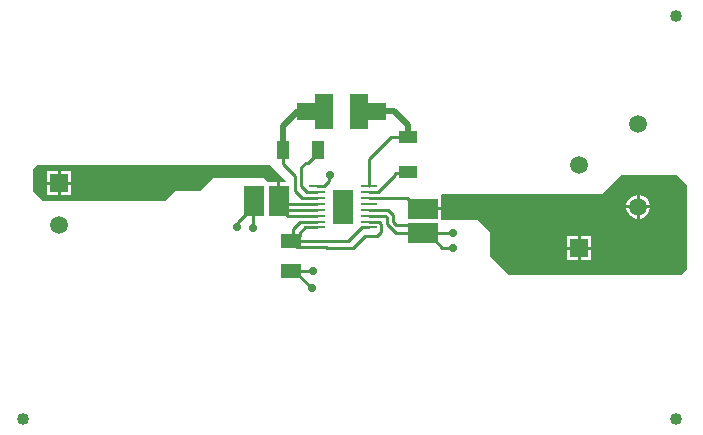
<source format=gtl>
G04*
G04 #@! TF.GenerationSoftware,Altium Limited,Altium Designer,24.6.1 (21)*
G04*
G04 Layer_Physical_Order=1*
G04 Layer_Color=255*
%FSLAX44Y44*%
%MOMM*%
G71*
G04*
G04 #@! TF.SameCoordinates,FB7811C6-C1BC-4142-BEB3-519EFFB23591*
G04*
G04*
G04 #@! TF.FilePolarity,Positive*
G04*
G01*
G75*
%ADD13C,0.2540*%
%ADD16R,1.3970X0.2794*%
%ADD17C,1.6031*%
%ADD18R,1.6000X1.0500*%
%ADD19R,2.6062X1.7029*%
%ADD20R,1.7062X1.1546*%
%ADD21R,1.7029X2.6062*%
%ADD22R,1.0500X1.6000*%
%ADD23C,1.0160*%
%ADD24R,1.6510X2.8448*%
%ADD31C,0.4900*%
%ADD32R,1.5080X1.5080*%
%ADD33C,1.5080*%
%ADD34C,0.7000*%
%ADD35C,0.5000*%
G36*
X251909Y242091D02*
X251383Y240821D01*
X247020D01*
Y225250D01*
X244480D01*
Y240821D01*
X236000D01*
Y241250D01*
X233250Y244000D01*
X190000D01*
X179750Y233750D01*
X158750D01*
X149750Y224750D01*
X46250D01*
X37500Y233500D01*
Y251500D01*
X41250Y255250D01*
X238750D01*
X251909Y242091D01*
D02*
G37*
G36*
X261344Y308219D02*
X276344D01*
Y315719D01*
X291344D01*
Y285719D01*
X276344D01*
Y293219D01*
X261344D01*
Y308219D01*
D01*
D02*
G37*
G36*
X336344D02*
X321344D01*
Y315719D01*
X306344D01*
Y285719D01*
X321344D01*
Y293219D01*
X336344D01*
Y308219D01*
D01*
D02*
G37*
G36*
X591250Y238250D02*
Y167750D01*
X586000Y162500D01*
X440750D01*
X425000Y178250D01*
Y198500D01*
X414500Y209000D01*
X383071D01*
Y217230D01*
X367500D01*
Y219770D01*
X383071D01*
Y229555D01*
X383855Y230500D01*
X519750D01*
X535750Y246500D01*
X583000D01*
X591250Y238250D01*
D02*
G37*
%LPC*%
G36*
X70080Y250080D02*
X61270D01*
Y241270D01*
X70080D01*
Y250080D01*
D02*
G37*
G36*
X58730D02*
X49920D01*
Y241270D01*
X58730D01*
Y250080D01*
D02*
G37*
G36*
X70080Y238730D02*
X61270D01*
Y229920D01*
X70080D01*
Y238730D01*
D02*
G37*
G36*
X58730D02*
X49920D01*
Y229920D01*
X58730D01*
Y238730D01*
D02*
G37*
G36*
X551327Y230080D02*
X551270D01*
Y221270D01*
X560080D01*
Y221327D01*
X559393Y223891D01*
X558066Y226189D01*
X556189Y228066D01*
X553891Y229393D01*
X551327Y230080D01*
D02*
G37*
G36*
X548730D02*
X548673D01*
X546109Y229393D01*
X543811Y228066D01*
X541934Y226189D01*
X540607Y223891D01*
X539920Y221327D01*
Y221270D01*
X548730D01*
Y230080D01*
D02*
G37*
G36*
X560080Y218730D02*
X551270D01*
Y209920D01*
X551327D01*
X553891Y210607D01*
X556189Y211934D01*
X558066Y213811D01*
X559393Y216109D01*
X560080Y218673D01*
Y218730D01*
D02*
G37*
G36*
X548730D02*
X539920D01*
Y218673D01*
X540607Y216109D01*
X541934Y213811D01*
X543811Y211934D01*
X546109Y210607D01*
X548673Y209920D01*
X548730D01*
Y218730D01*
D02*
G37*
G36*
X510080Y195080D02*
X501270D01*
Y186270D01*
X510080D01*
Y195080D01*
D02*
G37*
G36*
X498730D02*
X489920D01*
Y186270D01*
X498730D01*
Y195080D01*
D02*
G37*
G36*
X510080Y183730D02*
X501270D01*
Y174920D01*
X510080D01*
Y183730D01*
D02*
G37*
G36*
X498730D02*
X489920D01*
Y174920D01*
X498730D01*
Y183730D01*
D02*
G37*
%LPD*%
D13*
X273250Y151250D02*
X274250D01*
X259258Y165242D02*
X273250Y151250D01*
X259258Y165250D02*
X274500D01*
X283744Y237500D02*
X287897Y241653D01*
X278156Y237500D02*
X283744D01*
X287897Y241653D02*
Y246147D01*
X288750Y247000D01*
X221242Y217238D02*
X224738D01*
X210853Y206849D02*
X221242Y217238D01*
X224738D02*
Y225250D01*
X223750Y202250D02*
Y217238D01*
X210000Y202500D02*
X210853Y203353D01*
Y206849D01*
X256500Y165242D02*
X259258D01*
X367500Y197488D02*
X367512Y197500D01*
X393250D01*
X367500Y197488D02*
X372016D01*
X384004Y185500D01*
X393500D01*
X353984Y227500D02*
X362984Y218500D01*
X367500D01*
X321844Y227500D02*
X353984D01*
X319000Y195500D02*
X329250D01*
X332460Y198710D02*
Y205654D01*
X329250Y195500D02*
X332460Y198710D01*
X330741Y207373D02*
X332460Y205654D01*
X321844Y212500D02*
X335512D01*
X337000Y211012D01*
Y205750D02*
Y211012D01*
X321844Y207500D02*
X321971Y207373D01*
X330741D01*
X337000Y205750D02*
X345262Y197488D01*
X367500D01*
X360255Y204732D02*
X367500Y197488D01*
X345018Y204732D02*
X360255D01*
X342750Y207000D02*
X345018Y204732D01*
X342750Y207000D02*
Y213250D01*
X321844Y217500D02*
X338500D01*
X342750Y213250D01*
X344000Y248262D02*
X353512D01*
X344000Y246649D02*
Y248262D01*
X353512D02*
X355000Y249750D01*
X321844Y232500D02*
X321971Y232627D01*
X329977D01*
X344000Y246649D01*
X321844Y237500D02*
Y260594D01*
X340500Y279250D01*
X355000D01*
X270885Y257385D02*
X278750Y265250D01*
X268635Y257385D02*
X270885D01*
X278750Y265250D02*
Y268000D01*
X264750Y253500D02*
X268635Y257385D01*
X264750Y237900D02*
Y253500D01*
X278029Y232627D02*
X278156Y232500D01*
X270023Y232627D02*
X278029D01*
X264750Y237900D02*
X270023Y232627D01*
X249250Y256500D02*
Y268000D01*
Y256500D02*
X259750Y246000D01*
Y233500D02*
Y246000D01*
Y233500D02*
X265750Y227500D01*
X278156D01*
X245750Y224745D02*
Y225250D01*
Y220734D02*
Y224745D01*
Y220734D02*
X253984Y212500D01*
X278156D01*
X245750Y225250D02*
X248500Y222500D01*
X278156D01*
X245750Y224745D02*
X252995Y217500D01*
X278156D01*
X261003Y186255D02*
X286003D01*
X286758Y185500D02*
X309000D01*
X256500Y190758D02*
X261003Y186255D01*
X286003D02*
X286758Y185500D01*
X309000D02*
X319000Y195500D01*
X259258Y190758D02*
X304514D01*
X256500D02*
X259258D01*
X304514D02*
X316256Y202500D01*
X321844D01*
X263761Y195261D02*
Y198019D01*
X259258Y190758D02*
X263761Y195261D01*
X268242Y202500D02*
X278156D01*
X263761Y198019D02*
X268242Y202500D01*
X258000Y192258D02*
Y201500D01*
X256500Y190758D02*
X258000Y192258D01*
X264000Y207500D02*
X278156D01*
X258000Y201500D02*
X264000Y207500D01*
D16*
X321844Y237500D02*
D03*
Y232500D02*
D03*
Y227500D02*
D03*
Y222500D02*
D03*
Y217500D02*
D03*
Y212500D02*
D03*
Y207500D02*
D03*
Y202500D02*
D03*
X278156Y202500D02*
D03*
Y207500D02*
D03*
Y212500D02*
D03*
Y217500D02*
D03*
Y222500D02*
D03*
Y227500D02*
D03*
Y232500D02*
D03*
Y237500D02*
D03*
D17*
X315250Y300250D02*
D03*
X282437Y301187D02*
D03*
D18*
X355000Y279250D02*
D03*
Y249750D02*
D03*
D19*
X367500Y218500D02*
D03*
Y197488D02*
D03*
D20*
X256500Y165242D02*
D03*
Y190758D02*
D03*
D21*
X245750Y225250D02*
D03*
X224738D02*
D03*
D22*
X249250Y268000D02*
D03*
X278750D02*
D03*
D23*
X581660Y381390D02*
D03*
X29000Y40640D02*
D03*
X581660D02*
D03*
Y381390D02*
D03*
Y40640D02*
D03*
X29000D02*
D03*
D24*
X300000Y220000D02*
D03*
D31*
X315250Y300250D02*
X315719Y300719D01*
X343281D01*
X355000Y279250D02*
Y289000D01*
X343281Y300719D02*
X355000Y289000D01*
X261812Y301187D02*
X282437D01*
X249250Y288625D02*
X261812Y301187D01*
X249250Y268000D02*
Y288625D01*
D32*
X500000Y185000D02*
D03*
X60000Y240000D02*
D03*
D33*
X550000Y220000D02*
D03*
X500000Y255000D02*
D03*
X550000Y290000D02*
D03*
X60000Y205000D02*
D03*
D34*
X274250Y151250D02*
D03*
X288750Y247000D02*
D03*
X210000Y202500D02*
D03*
X223750Y202250D02*
D03*
X274500Y165250D02*
D03*
X393250Y197500D02*
D03*
X393500Y185500D02*
D03*
D35*
X299750Y212250D02*
D03*
Y226000D02*
D03*
M02*

</source>
